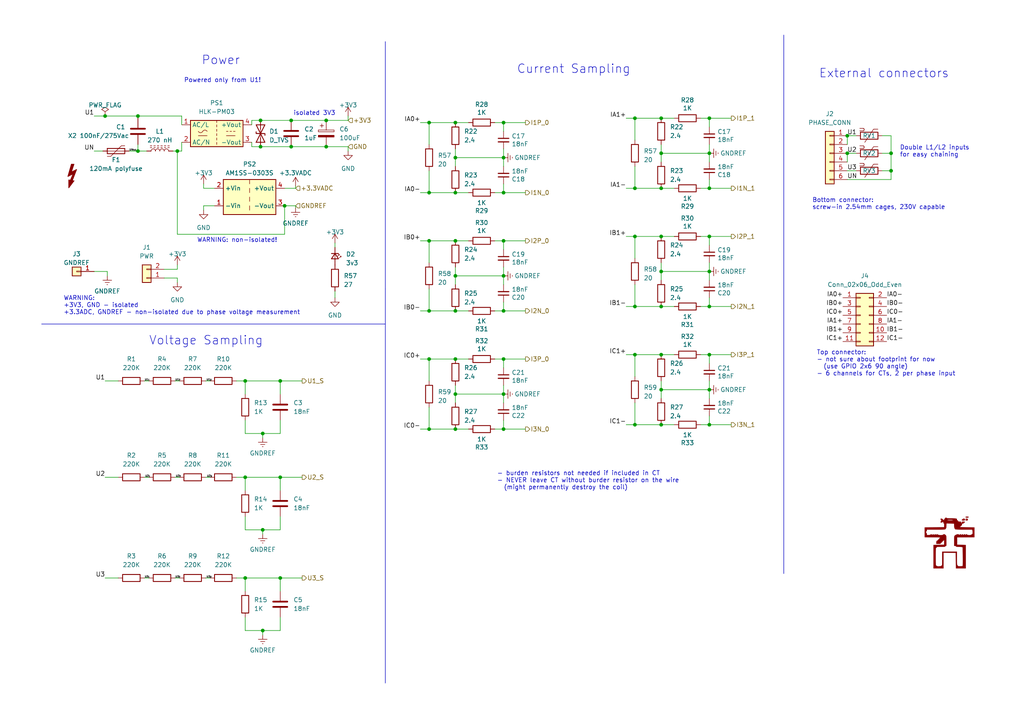
<source format=kicad_sch>
(kicad_sch (version 20230121) (generator eeschema)
  (paper "A4")
  (title_block (title "Power Board") (rev "${REVISION}"))
  (junction (at 191.77 88.9))
  (junction (at 205.74 68.58))
  (junction (at 40.005 43.815))
  (junction (at 81.28 167.64))
  (junction (at 191.77 68.58))
  (junction (at 124.46 55.88))
  (junction (at 191.77 78.74))
  (junction (at 75.565 42.545))
  (junction (at 94.615 34.925))
  (junction (at 71.12 167.64))
  (junction (at 81.28 138.43))
  (junction (at 205.74 44.45))
  (junction (at 146.05 55.88))
  (junction (at 132.08 90.17))
  (junction (at 146.05 80.01))
  (junction (at 76.2 182.88))
  (junction (at 146.05 114.3))
  (junction (at 132.08 80.01))
  (junction (at 191.77 123.19))
  (junction (at 84.455 34.925))
  (junction (at 71.12 110.49))
  (junction (at 124.46 104.14))
  (junction (at 146.05 45.72))
  (junction (at 205.74 88.9))
  (junction (at 245.745 44.45))
  (junction (at 184.15 34.29))
  (junction (at 132.08 114.3))
  (junction (at 205.74 123.19))
  (junction (at 258.445 49.53))
  (junction (at 184.15 54.61))
  (junction (at 205.74 78.74))
  (junction (at 205.74 102.87))
  (junction (at 205.74 34.29))
  (junction (at 146.05 69.85))
  (junction (at 132.08 35.56))
  (junction (at 124.46 69.85))
  (junction (at 124.46 35.56))
  (junction (at 94.615 42.545))
  (junction (at 191.77 44.45))
  (junction (at 51.435 43.815))
  (junction (at 184.15 102.87))
  (junction (at 40.005 33.655))
  (junction (at 124.46 90.17))
  (junction (at 84.455 42.545))
  (junction (at 132.08 69.85))
  (junction (at 205.74 54.61))
  (junction (at 132.08 124.46))
  (junction (at 258.445 44.45))
  (junction (at 191.77 102.87))
  (junction (at 191.77 54.61))
  (junction (at 76.2 125.73))
  (junction (at 82.55 59.69))
  (junction (at 205.74 113.03))
  (junction (at 124.46 124.46))
  (junction (at 76.2 153.67))
  (junction (at 146.05 35.56))
  (junction (at 132.08 45.72))
  (junction (at 146.05 90.17))
  (junction (at 245.745 39.37))
  (junction (at 71.12 138.43))
  (junction (at 184.15 88.9))
  (junction (at 146.05 124.46))
  (junction (at 146.05 104.14))
  (junction (at 184.15 68.58))
  (junction (at 132.08 55.88))
  (junction (at 191.77 34.29))
  (junction (at 132.08 104.14))
  (junction (at 191.77 113.03))
  (junction (at 81.28 110.49))
  (junction (at 184.15 123.19))
  (junction (at 30.48 33.655))
  (junction (at 75.565 34.925))
  (wire (pts (xy 100.965 43.815) (xy 100.965 42.545)))
  (wire (pts (xy 75.565 34.925) (xy 84.455 34.925)))
  (wire (pts (xy 143.51 55.88) (xy 146.05 55.88)))
  (wire (pts (xy 143.51 90.17) (xy 146.05 90.17)))
  (wire (pts (xy 258.445 44.45) (xy 255.905 44.45)))
  (wire (pts (xy 30.48 167.64) (xy 34.29 167.64)))
  (wire (pts (xy 81.28 138.43) (xy 81.28 142.24)))
  (wire (pts (xy 245.745 49.53) (xy 248.285 49.53)))
  (wire (pts (xy 47.625 80.645) (xy 51.435 80.645)))
  (wire (pts (xy 203.2 88.9) (xy 205.74 88.9)))
  (wire (pts (xy 146.05 55.88) (xy 152.4 55.88)))
  (wire (pts (xy 181.61 54.61) (xy 184.15 54.61)))
  (wire (pts (xy 76.2 153.67) (xy 81.28 153.67)))
  (wire (pts (xy 76.2 125.73) (xy 76.2 127)))
  (wire (pts (xy 71.12 110.49) (xy 71.12 114.3)))
  (wire (pts (xy 258.445 44.45) (xy 258.445 49.53)))
  (wire (pts (xy 124.46 55.88) (xy 132.08 55.88)))
  (wire (pts (xy 41.91 138.43) (xy 43.18 138.43)))
  (wire (pts (xy 71.12 167.64) (xy 71.12 171.45)))
  (wire (pts (xy 205.74 123.19) (xy 212.09 123.19)))
  (wire (pts (xy 82.55 67.945) (xy 82.55 59.69)))
  (wire (pts (xy 205.74 78.74) (xy 205.74 81.28)))
  (wire (pts (xy 146.05 104.14) (xy 146.05 106.68)))
  (wire (pts (xy 76.2 153.67) (xy 76.2 154.94)))
  (wire (pts (xy 203.2 102.87) (xy 205.74 102.87)))
  (wire (pts (xy 51.435 67.945) (xy 82.55 67.945)))
  (wire (pts (xy 181.61 123.19) (xy 184.15 123.19)))
  (wire (pts (xy 51.435 43.815) (xy 51.435 67.945)))
  (wire (pts (xy 100.965 33.655) (xy 100.965 34.925)))
  (wire (pts (xy 258.445 39.37) (xy 258.445 44.45)))
  (wire (pts (xy 191.77 44.45) (xy 191.77 46.99)))
  (wire (pts (xy 40.005 43.815) (xy 37.465 43.815)))
  (wire (pts (xy 71.12 167.64) (xy 81.28 167.64)))
  (wire (pts (xy 146.05 111.76) (xy 146.05 114.3)))
  (wire (pts (xy 191.77 102.87) (xy 195.58 102.87)))
  (wire (pts (xy 50.8 110.49) (xy 52.07 110.49)))
  (wire (pts (xy 205.74 102.87) (xy 212.09 102.87)))
  (wire (pts (xy 124.46 118.11) (xy 124.46 124.46)))
  (wire (pts (xy 191.77 110.49) (xy 191.77 113.03)))
  (wire (pts (xy 184.15 82.55) (xy 184.15 88.9)))
  (wire (pts (xy 184.15 116.84) (xy 184.15 123.19)))
  (wire (pts (xy 40.005 43.815) (xy 42.545 43.815)))
  (wire (pts (xy 205.74 88.9) (xy 212.09 88.9)))
  (wire (pts (xy 27.305 43.815) (xy 29.845 43.815)))
  (polyline (pts (xy 111.76 12.065) (xy 111.76 83.82)))
  (wire (pts (xy 71.12 121.92) (xy 71.12 125.73)))
  (wire (pts (xy 27.305 33.655) (xy 30.48 33.655)))
  (wire (pts (xy 146.05 104.14) (xy 152.4 104.14)))
  (wire (pts (xy 73.025 34.925) (xy 75.565 34.925)))
  (polyline (pts (xy 12.065 93.98) (xy 111.76 93.98)))
  (wire (pts (xy 146.05 45.72) (xy 132.08 45.72)))
  (wire (pts (xy 41.91 167.64) (xy 43.18 167.64)))
  (wire (pts (xy 184.15 123.19) (xy 191.77 123.19)))
  (wire (pts (xy 59.055 53.34) (xy 59.055 54.61)))
  (wire (pts (xy 94.615 42.545) (xy 100.965 42.545)))
  (wire (pts (xy 84.455 34.925) (xy 94.615 34.925)))
  (wire (pts (xy 71.12 110.49) (xy 81.28 110.49)))
  (wire (pts (xy 121.92 69.85) (xy 124.46 69.85)))
  (wire (pts (xy 245.745 39.37) (xy 245.745 41.91)))
  (wire (pts (xy 184.15 68.58) (xy 191.77 68.58)))
  (wire (pts (xy 71.12 138.43) (xy 71.12 142.24)))
  (wire (pts (xy 132.08 104.14) (xy 135.89 104.14)))
  (wire (pts (xy 205.74 68.58) (xy 205.74 71.12)))
  (wire (pts (xy 205.74 113.03) (xy 191.77 113.03)))
  (wire (pts (xy 205.74 34.29) (xy 205.74 36.83)))
  (wire (pts (xy 146.05 124.46) (xy 152.4 124.46)))
  (wire (pts (xy 184.15 34.29) (xy 184.15 40.64)))
  (wire (pts (xy 76.2 182.88) (xy 76.2 184.15)))
  (wire (pts (xy 124.46 104.14) (xy 132.08 104.14)))
  (wire (pts (xy 47.625 78.105) (xy 51.435 78.105)))
  (wire (pts (xy 258.445 49.53) (xy 258.445 52.07)))
  (wire (pts (xy 81.28 138.43) (xy 87.63 138.43)))
  (wire (pts (xy 59.055 54.61) (xy 62.23 54.61)))
  (wire (pts (xy 132.08 45.72) (xy 132.08 48.26)))
  (wire (pts (xy 255.905 39.37) (xy 258.445 39.37)))
  (wire (pts (xy 52.705 41.275) (xy 52.705 43.815)))
  (wire (pts (xy 205.74 78.74) (xy 191.77 78.74)))
  (wire (pts (xy 146.05 35.56) (xy 146.05 38.1)))
  (wire (pts (xy 71.12 182.88) (xy 76.2 182.88)))
  (wire (pts (xy 50.8 138.43) (xy 52.07 138.43)))
  (wire (pts (xy 191.77 76.2) (xy 191.77 78.74)))
  (wire (pts (xy 75.565 42.545) (xy 84.455 42.545)))
  (wire (pts (xy 81.28 179.07) (xy 81.28 182.88)))
  (wire (pts (xy 124.46 83.82) (xy 124.46 90.17)))
  (wire (pts (xy 132.08 124.46) (xy 135.89 124.46)))
  (wire (pts (xy 184.15 54.61) (xy 191.77 54.61)))
  (wire (pts (xy 84.455 42.545) (xy 94.615 42.545)))
  (wire (pts (xy 146.05 90.17) (xy 152.4 90.17)))
  (wire (pts (xy 121.92 104.14) (xy 124.46 104.14)))
  (wire (pts (xy 82.55 54.61) (xy 85.725 54.61)))
  (wire (pts (xy 245.745 44.45) (xy 248.285 44.45)))
  (wire (pts (xy 59.69 167.64) (xy 60.96 167.64)))
  (wire (pts (xy 205.74 44.45) (xy 205.74 46.99)))
  (wire (pts (xy 124.46 124.46) (xy 132.08 124.46)))
  (wire (pts (xy 73.025 36.195) (xy 73.025 34.925)))
  (wire (pts (xy 205.74 110.49) (xy 205.74 113.03)))
  (wire (pts (xy 143.51 69.85) (xy 146.05 69.85)))
  (wire (pts (xy 71.12 153.67) (xy 76.2 153.67)))
  (wire (pts (xy 71.12 149.86) (xy 71.12 153.67)))
  (wire (pts (xy 245.745 44.45) (xy 245.745 46.99)))
  (wire (pts (xy 146.05 45.72) (xy 146.05 48.26)))
  (wire (pts (xy 146.05 80.01) (xy 132.08 80.01)))
  (wire (pts (xy 205.74 68.58) (xy 212.09 68.58)))
  (wire (pts (xy 81.28 110.49) (xy 87.63 110.49)))
  (wire (pts (xy 71.12 125.73) (xy 76.2 125.73)))
  (wire (pts (xy 132.08 80.01) (xy 132.08 82.55)))
  (wire (pts (xy 146.05 77.47) (xy 146.05 80.01)))
  (wire (pts (xy 124.46 69.85) (xy 124.46 76.2)))
  (wire (pts (xy 181.61 102.87) (xy 184.15 102.87)))
  (wire (pts (xy 146.05 80.01) (xy 146.05 82.55)))
  (wire (pts (xy 205.74 123.19) (xy 205.74 120.65)))
  (wire (pts (xy 59.055 59.69) (xy 59.055 60.96)))
  (wire (pts (xy 121.92 55.88) (xy 124.46 55.88)))
  (wire (pts (xy 146.05 90.17) (xy 146.05 87.63)))
  (wire (pts (xy 205.74 54.61) (xy 205.74 52.07)))
  (wire (pts (xy 181.61 88.9) (xy 184.15 88.9)))
  (wire (pts (xy 124.46 49.53) (xy 124.46 55.88)))
  (wire (pts (xy 205.74 41.91) (xy 205.74 44.45)))
  (wire (pts (xy 143.51 104.14) (xy 146.05 104.14)))
  (wire (pts (xy 30.48 33.655) (xy 40.005 33.655)))
  (wire (pts (xy 181.61 68.58) (xy 184.15 68.58)))
  (wire (pts (xy 76.2 125.73) (xy 81.28 125.73)))
  (wire (pts (xy 146.05 35.56) (xy 152.4 35.56)))
  (wire (pts (xy 203.2 34.29) (xy 205.74 34.29)))
  (wire (pts (xy 51.435 80.645) (xy 51.435 81.915)))
  (wire (pts (xy 124.46 69.85) (xy 132.08 69.85)))
  (wire (pts (xy 143.51 124.46) (xy 146.05 124.46)))
  (wire (pts (xy 132.08 90.17) (xy 135.89 90.17)))
  (polyline (pts (xy 111.76 83.82) (xy 111.76 198.12)))
  (wire (pts (xy 82.55 59.69) (xy 85.725 59.69)))
  (wire (pts (xy 191.77 54.61) (xy 195.58 54.61)))
  (wire (pts (xy 68.58 167.64) (xy 71.12 167.64)))
  (wire (pts (xy 191.77 78.74) (xy 191.77 81.28)))
  (wire (pts (xy 205.74 88.9) (xy 205.74 86.36)))
  (wire (pts (xy 184.15 102.87) (xy 191.77 102.87)))
  (wire (pts (xy 132.08 55.88) (xy 135.89 55.88)))
  (wire (pts (xy 132.08 77.47) (xy 132.08 80.01)))
  (wire (pts (xy 81.28 149.86) (xy 81.28 153.67)))
  (wire (pts (xy 191.77 41.91) (xy 191.77 44.45)))
  (wire (pts (xy 81.28 121.92) (xy 81.28 125.73)))
  (wire (pts (xy 68.58 138.43) (xy 71.12 138.43)))
  (wire (pts (xy 191.77 68.58) (xy 195.58 68.58)))
  (wire (pts (xy 73.025 42.545) (xy 75.565 42.545)))
  (wire (pts (xy 50.165 43.815) (xy 51.435 43.815)))
  (wire (pts (xy 205.74 54.61) (xy 212.09 54.61)))
  (wire (pts (xy 81.28 167.64) (xy 81.28 171.45)))
  (wire (pts (xy 191.77 113.03) (xy 191.77 115.57)))
  (wire (pts (xy 40.005 41.91) (xy 40.005 43.815)))
  (wire (pts (xy 184.15 34.29) (xy 191.77 34.29)))
  (wire (pts (xy 85.725 54.61) (xy 85.725 53.975)))
  (wire (pts (xy 71.12 138.43) (xy 81.28 138.43)))
  (wire (pts (xy 132.08 111.76) (xy 132.08 114.3)))
  (wire (pts (xy 121.92 124.46) (xy 124.46 124.46)))
  (wire (pts (xy 121.92 35.56) (xy 124.46 35.56)))
  (wire (pts (xy 62.23 59.69) (xy 59.055 59.69)))
  (wire (pts (xy 132.08 69.85) (xy 135.89 69.85)))
  (wire (pts (xy 59.69 110.49) (xy 60.96 110.49)))
  (wire (pts (xy 40.005 33.655) (xy 52.705 33.655)))
  (wire (pts (xy 85.725 59.69) (xy 85.725 60.325)))
  (wire (pts (xy 31.115 78.74) (xy 31.115 80.01)))
  (wire (pts (xy 205.74 34.29) (xy 212.09 34.29)))
  (wire (pts (xy 50.8 167.64) (xy 52.07 167.64)))
  (wire (pts (xy 59.69 138.43) (xy 60.96 138.43)))
  (wire (pts (xy 81.28 167.64) (xy 87.63 167.64)))
  (wire (pts (xy 146.05 114.3) (xy 132.08 114.3)))
  (wire (pts (xy 245.745 52.07) (xy 258.445 52.07)))
  (wire (pts (xy 205.74 102.87) (xy 205.74 105.41)))
  (wire (pts (xy 121.92 90.17) (xy 124.46 90.17)))
  (wire (pts (xy 205.74 113.03) (xy 205.74 115.57)))
  (wire (pts (xy 81.28 110.49) (xy 81.28 114.3)))
  (wire (pts (xy 146.05 114.3) (xy 146.05 116.84)))
  (wire (pts (xy 132.08 114.3) (xy 132.08 116.84)))
  (wire (pts (xy 71.12 179.07) (xy 71.12 182.88)))
  (wire (pts (xy 76.2 182.88) (xy 81.28 182.88)))
  (wire (pts (xy 184.15 102.87) (xy 184.15 109.22)))
  (wire (pts (xy 146.05 124.46) (xy 146.05 121.92)))
  (wire (pts (xy 30.48 110.49) (xy 34.29 110.49)))
  (wire (pts (xy 52.705 36.195) (xy 52.705 33.655)))
  (wire (pts (xy 245.745 39.37) (xy 248.285 39.37)))
  (wire (pts (xy 40.005 33.655) (xy 40.005 34.29)))
  (wire (pts (xy 205.74 76.2) (xy 205.74 78.74)))
  (wire (pts (xy 184.15 48.26) (xy 184.15 54.61)))
  (wire (pts (xy 203.2 123.19) (xy 205.74 123.19)))
  (polyline (pts (xy 227.33 10.16) (xy 227.33 166.37)))
  (wire (pts (xy 97.155 70.485) (xy 97.155 71.755)))
  (wire (pts (xy 51.435 76.835) (xy 51.435 78.105)))
  (wire (pts (xy 124.46 35.56) (xy 132.08 35.56)))
  (wire (pts (xy 191.77 88.9) (xy 195.58 88.9)))
  (wire (pts (xy 184.15 68.58) (xy 184.15 74.93)))
  (wire (pts (xy 146.05 69.85) (xy 146.05 72.39)))
  (wire (pts (xy 51.435 43.815) (xy 52.705 43.815)))
  (wire (pts (xy 124.46 104.14) (xy 124.46 110.49)))
  (wire (pts (xy 97.155 84.455) (xy 97.155 86.36)))
  (wire (pts (xy 146.05 69.85) (xy 152.4 69.85)))
  (wire (pts (xy 132.08 35.56) (xy 135.89 35.56)))
  (wire (pts (xy 181.61 34.29) (xy 184.15 34.29)))
  (wire (pts (xy 191.77 34.29) (xy 195.58 34.29)))
  (wire (pts (xy 68.58 110.49) (xy 71.12 110.49)))
  (wire (pts (xy 124.46 90.17) (xy 132.08 90.17)))
  (wire (pts (xy 132.08 43.18) (xy 132.08 45.72)))
  (wire (pts (xy 146.05 55.88) (xy 146.05 53.34)))
  (wire (pts (xy 27.305 78.74) (xy 31.115 78.74)))
  (wire (pts (xy 203.2 54.61) (xy 205.74 54.61)))
  (wire (pts (xy 73.025 41.275) (xy 73.025 42.545)))
  (wire (pts (xy 143.51 35.56) (xy 146.05 35.56)))
  (wire (pts (xy 30.48 138.43) (xy 34.29 138.43)))
  (wire (pts (xy 94.615 34.925) (xy 100.965 34.925)))
  (wire (pts (xy 255.905 49.53) (xy 258.445 49.53)))
  (wire (pts (xy 205.74 44.45) (xy 191.77 44.45)))
  (wire (pts (xy 41.91 110.49) (xy 43.18 110.49)))
  (wire (pts (xy 203.2 68.58) (xy 205.74 68.58)))
  (wire (pts (xy 191.77 123.19) (xy 195.58 123.19)))
  (wire (pts (xy 184.15 88.9) (xy 191.77 88.9)))
  (wire (pts (xy 124.46 35.56) (xy 124.46 41.91)))
  (wire (pts (xy 146.05 43.18) (xy 146.05 45.72)))
  (text "WARNING: non-isolated!" (at 57.15 70.485 0) (effects (font (size 1.27 1.27)) (justify left bottom)))
  (text "Current Sampling" (at 149.86 21.59 0) (effects (font (size 2.5 2.5)) (justify left bottom)))
  (text "WARNING: \n+3V3, GND - isolated\n+3.3ADC, GNDREF - non-isolated due to phase voltage measurement" (at 18.415 91.44 0) (effects (font (size 1.27 1.27)) (justify left bottom)))
  (text "isolated 3V3" (at 85.09 33.655 0) (effects (font (size 1.27 1.27)) (justify left bottom)))
  (text "Bottom connector: \nscrew-in 2.54mm cages, 230V capable" (at 235.585 60.96 0) (effects (font (size 1.27 1.27)) (justify left bottom)))
  (text "Power" (at 58.42 19.05 0) (effects (font (size 2.5 2.5)) (justify left bottom)))
  (text "Top connector: \n- not sure about footprint for now \n  (use GPIO 2x6 90 angle)\n- 6 channels for CTs, 2 per phase input" (at 236.855 109.22 0) (effects (font (size 1.27 1.27)) (justify left bottom)))
  (text "Powered only from U1!" (at 53.34 24.13 0) (effects (font (size 1.27 1.27)) (justify left bottom)))
  (text "Voltage Sampling" (at 43.18 100.33 0) (effects (font (size 2.5 2.5)) (justify left bottom)))
  (text "Double L1/L2 inputs \nfor easy chaining" (at 260.985 45.72 0) (effects (font (size 1.27 1.27)) (justify left bottom)))
  (text "External connectors" (at 237.49 22.86 0) (effects (font (size 2.5 2.5)) (justify left bottom)))
  (text "- burden resistors not needed if included in CT\n- NEVER leave CT without burder resistor on the wire \n  (might permanently destroy the coil)" (at 144.145 142.24 0) (effects (font (size 1.27 1.27)) (justify left bottom)))
  (label "U1_{2}" (at 50.8 110.49 0) (effects (font (size 0.5 0.5))))
  (label "UN" (at 245.745 52.07 0))
  (label "IC0-" (at 121.92 124.46 180))
  (label "IB1-" (at 257.175 96.52 0))
  (label "UN" (at 27.305 43.815 180))
  (label "U1_{1}" (at 41.91 110.49 0) (effects (font (size 0.5 0.5))))
  (label "IB1+" (at 181.61 68.58 180))
  (label "U1" (at 27.305 33.655 180))
  (label "IA0-" (at 121.92 55.88 180))
  (label "UN_{in1}" (at 37.465 43.815 0) (effects (font (size 0.5 0.5))))
  (label "IA0+" (at 244.475 86.36 180))
  (label "U1" (at 245.745 39.37 0))
  (label "U1" (at 30.48 110.49 180))
  (label "IA1-" (at 257.175 93.98 0))
  (label "IB0+" (at 121.92 69.85 180))
  (label "U3_{2}" (at 50.8 167.64 0) (effects (font (size 0.5 0.5))))
  (label "U3" (at 30.48 167.64 180))
  (label "IC1-" (at 257.175 99.06 0))
  (label "IB1-" (at 181.61 88.9 180))
  (label "U2_{1}" (at 42.0565 138.43 0) (effects (font (size 0.5 0.5))))
  (label "IC1-" (at 181.61 123.19 180))
  (label "IB1+" (at 244.475 96.52 180))
  (label "U2_{3}" (at 59.9805 138.43 0) (effects (font (size 0.5 0.5))))
  (label "IB0+" (at 244.475 88.9 180))
  (label "U1_{3}" (at 59.834 110.49 0) (effects (font (size 0.5 0.5))))
  (label "IA1+" (at 181.61 34.29 180))
  (label "IA1+" (at 244.475 93.98 180))
  (label "IC0-" (at 257.175 91.44 0))
  (label "IC1+" (at 181.61 102.87 180))
  (label "IB0-" (at 257.175 88.9 0))
  (label "U3" (at 245.745 49.53 0))
  (label "IA0-" (at 257.175 86.36 0))
  (label "IC0+" (at 244.475 91.44 180))
  (label "IB0-" (at 121.92 90.17 180))
  (label "IA1-" (at 181.61 54.61 180))
  (label "IA0+" (at 121.92 35.56 180))
  (label "IC1+" (at 244.475 99.06 180))
  (label "U3_{1}" (at 41.91 167.64 0) (effects (font (size 0.5 0.5))))
  (label "U2" (at 30.48 138.43 180))
  (label "U2" (at 245.745 44.45 0))
  (label "U2_{2}" (at 50.9465 138.43 0) (effects (font (size 0.5 0.5))))
  (label "IC0+" (at 121.92 104.14 180))
  (label "U3_{3}" (at 59.834 167.64 0) (effects (font (size 0.5 0.5))))
  (hierarchical_label "I3P_0" (shape output) (at 152.4 104.14 0))
  (hierarchical_label "I2P_1" (shape output) (at 212.09 68.58 0))
  (hierarchical_label "I3P_1" (shape output) (at 212.09 102.87 0))
  (hierarchical_label "U3_S" (shape output) (at 87.63 167.64 0))
  (hierarchical_label "GNDREF" (shape input) (at 85.725 59.69 0))
  (hierarchical_label "+3V3" (shape input) (at 100.965 34.925 0))
  (hierarchical_label "U1_S" (shape output) (at 87.63 110.49 0))
  (hierarchical_label "I1N_1" (shape output) (at 212.09 54.61 0))
  (hierarchical_label "I2N_0" (shape output) (at 152.4 90.17 0))
  (hierarchical_label "I3N_1" (shape output) (at 212.09 123.19 0))
  (hierarchical_label "+3.3VADC" (shape input) (at 85.725 54.61 0))
  (hierarchical_label "I2N_1" (shape output) (at 212.09 88.9 0))
  (hierarchical_label "I2P_0" (shape output) (at 152.4 69.85 0))
  (hierarchical_label "I1N_0" (shape output) (at 152.4 55.88 0))
  (hierarchical_label "I3N_0" (shape output) (at 152.4 124.46 0))
  (hierarchical_label "I1P_0" (shape output) (at 152.4 35.56 0))
  (hierarchical_label "GND" (shape input) (at 100.965 42.545 0))
  (hierarchical_label "I1P_1" (shape output) (at 212.09 34.29 0))
  (hierarchical_label "U2_S" (shape output) (at 87.63 138.43 0))
  (symbol (lib_id "Device:R") (at 139.7 55.88 270) (mirror x) (unit 1)
    (property "Reference" "R29" (at 139.7 61.1378 90))
    (property "Value" "1K" (at 139.7 58.8264 90))
    (property "Footprint" "Resistor_SMD:R_0603_1608Metric_Pad0.98x0.95mm_HandSolder" (effects hide))
    (property "manf#" "AC0603FR-071KL" (effects hide))
    (instances (project "din_energy_meter" (path "" (reference "R29") (unit 1)) (path "" (reference "R47") (unit 1)) (path "" (reference "R73") (unit 1))))
  )
  (symbol (lib_id "Device:R") (at 97.155 80.645 0) (unit 1)
    (property "Reference" "R57" (at 99.695 80.01 0) (effects (justify left)))
    (property "Value" "27" (at 99.695 82.55 0) (effects (justify left)))
    (property "Footprint" "Resistor_SMD:R_0603_1608Metric_Pad0.98x0.95mm_HandSolder" (effects hide))
    (property "manf#" "0603SAF270JT5E" (effects hide))
    (instances (project "din_energy_meter" (path "" (reference "R57") (unit 1)) (path "" (reference "R60") (unit 1)) (path "" (reference "R22") (unit 1))))
  )
  (symbol (lib_id "Device:C_Small") (at 205.74 107.95 0) (unit 1)
    (property "Reference" "C21" (at 208.0768 106.7816 0) (effects (justify left)))
    (property "Value" "18nF" (at 208.0768 109.093 0) (effects (justify left)))
    (property "Footprint" "Capacitor_SMD:C_0603_1608Metric_Pad1.08x0.95mm_HandSolder" (effects hide))
    (property "manf#" "VJ0603Y183JXACW1BC" (effects hide))
    (instances (project "din_energy_meter" (path "" (reference "C21") (unit 1)) (path "" (reference "C37") (unit 1)) (path "" (reference "C49") (unit 1))))
  )
  (symbol (lib_id "Device:R") (at 55.88 167.64 90) (unit 1)
    (property "Reference" "R9" (at 55.88 161.29 90))
    (property "Value" "220K" (at 55.88 163.83 90))
    (property "Footprint" "Resistor_SMD:R_1206_3216Metric_Pad1.30x1.75mm_HandSolder" (effects hide))
    (property "manf#" "ARG06DTC2203" (effects hide))
  )
  (symbol (lib_id "Graphic:SYM_Flash_Small") (at 20.955 51.435 0) (unit 1) (in_bom no) (on_board no)
    (property "Reference" "#SYM1" (effects hide))
    (property "Value" "SYM_Flash_Small" (effects hide))
    (property "Sim.Enable" "0" (effects hide))
  )
  (symbol (lib_id "Device:R") (at 199.39 68.58 270) (unit 1)
    (property "Reference" "R30" (at 199.39 63.3222 90))
    (property "Value" "1K" (at 199.39 65.6336 90))
    (property "Footprint" "Resistor_SMD:R_0603_1608Metric_Pad0.98x0.95mm_HandSolder" (effects hide))
    (property "manf#" "AC0603FR-071KL" (effects hide))
    (instances (project "din_energy_meter" (path "" (reference "R30") (unit 1)) (path "" (reference "R48") (unit 1)) (path "" (reference "R89") (unit 1))))
  )
  (symbol (lib_id "Device:C_Polarized") (at 94.615 38.735 0) (unit 1)
    (property "Reference" "C6" (at 98.425 37.4649 0) (effects (justify left)))
    (property "Value" "100uF" (at 98.425 40.0049 0) (effects (justify left)))
    (property "Footprint" "Capacitor_THT:CP_Radial_D6.3mm_P2.50mm" (effects hide))
    (property "manf#" "ECEA0JKS101" (effects hide))
  )
  (symbol (lib_id "power:GNDREF") (at 76.2 184.15 0) (unit 1)
    (property "Reference" "#PWR03" (effects hide))
    (property "Value" "GNDREF" (at 76.2 188.595 0))
  )
  (symbol (lib_id "power:GND") (at 100.965 43.815 0) (mirror y) (unit 1)
    (property "Reference" "#PWR07" (effects hide))
    (property "Value" "GND" (at 100.965 48.895 0))
  )
  (symbol (lib_id "Device:R") (at 132.08 73.66 0) (unit 1)
    (property "Reference" "R24" (at 134.62 72.3899 0) (effects (justify left)))
    (property "Value" "2.4" (at 134.62 74.9299 0) (effects (justify left)))
    (property "Footprint" "Resistor_SMD:R_0603_1608Metric_Pad0.98x0.95mm_HandSolder" (effects hide))
    (instances (project "din_energy_meter" (path "" (reference "R24") (unit 1)) (path "" (reference "R42") (unit 1)) (path "" (reference "R68") (unit 1))))
  )
  (symbol (lib_id "power:GNDREF") (at 76.2 127 0) (unit 1)
    (property "Reference" "#PWR01" (effects hide))
    (property "Value" "GNDREF" (at 76.2 131.445 0))
  )
  (symbol (lib_id "Device:R") (at 199.39 34.29 270) (unit 1)
    (property "Reference" "R28" (at 199.39 29.0322 90))
    (property "Value" "1K" (at 199.39 31.3436 90))
    (property "Footprint" "Resistor_SMD:R_0603_1608Metric_Pad0.98x0.95mm_HandSolder" (effects hide))
    (property "manf#" "AC0603FR-071KL" (effects hide))
    (instances (project "din_energy_meter" (path "" (reference "R28") (unit 1)) (path "" (reference "R46") (unit 1)) (path "" (reference "R87") (unit 1))))
  )
  (symbol (lib_id "Device:C_Small") (at 205.74 73.66 0) (unit 1)
    (property "Reference" "C19" (at 208.0768 72.4916 0) (effects (justify left)))
    (property "Value" "18nF" (at 208.0768 74.803 0) (effects (justify left)))
    (property "Footprint" "Capacitor_SMD:C_0603_1608Metric_Pad1.08x0.95mm_HandSolder" (effects hide))
    (property "manf#" "VJ0603Y183JXACW1BC" (effects hide))
    (instances (project "din_energy_meter" (path "" (reference "C19") (unit 1)) (path "" (reference "C35") (unit 1)) (path "" (reference "C47") (unit 1))))
  )
  (symbol (lib_id "Device:R") (at 139.7 124.46 270) (mirror x) (unit 1)
    (property "Reference" "R33" (at 139.7 129.7178 90))
    (property "Value" "1K" (at 139.7 127.4064 90))
    (property "Footprint" "Resistor_SMD:R_0603_1608Metric_Pad0.98x0.95mm_HandSolder" (effects hide))
    (property "manf#" "AC0603FR-071KL" (effects hide))
    (instances (project "din_energy_meter" (path "" (reference "R33") (unit 1)) (path "" (reference "R51") (unit 1)) (path "" (reference "R77") (unit 1))))
  )
  (symbol (lib_id "Device:C") (at 81.28 175.26 0) (unit 1)
    (property "Reference" "C5" (at 85.09 173.9899 0) (effects (justify left)))
    (property "Value" "18nF" (at 85.09 176.5299 0) (effects (justify left)))
    (property "Footprint" "Capacitor_SMD:C_0603_1608Metric_Pad1.08x0.95mm_HandSolder" (effects hide))
    (property "manf#" "VJ0603Y183JXACW1BC" (effects hide))
  )
  (symbol (lib_id "Device:R") (at 124.46 80.01 0) (unit 1)
    (property "Reference" "R58" (at 127 79.375 0) (effects (justify left)))
    (property "Value" "20" (at 127 81.915 0) (effects (justify left)))
    (property "Footprint" "Resistor_SMD:R_1206_3216Metric" (effects hide))
    (property "manf#" "ARG06DTC0200" (effects hide))
    (instances (project "din_energy_meter" (path "" (reference "R58") (unit 1)) (path "" (reference "R61") (unit 1)) (path "" (reference "R64") (unit 1))))
  )
  (symbol (lib_id "Device:D_TVS") (at 75.565 38.735 90) (unit 1)
    (property "Reference" "D1" (at 78.105 38.1 90) (effects (justify right)))
    (property "Value" "D_TVS" (at 78.105 40.64 90) (effects (justify right)))
    (property "Footprint" "Diode_SMD:D_SOD-523" (effects hide))
    (property "manf#" "ESD5Z3V3" (effects hide))
  )
  (symbol (lib_id "power:GNDREF") (at 31.115 80.01 0) (unit 1)
    (property "Reference" "#PWR030" (effects hide))
    (property "Value" "GNDREF" (at 31.115 84.455 0))
  )
  (symbol (lib_id "Connector_Generic:Conn_02x06_Odd_Even") (at 249.555 91.44 0) (unit 1)
    (property "Reference" "J4" (at 250.825 80.01 0))
    (property "Value" "Conn_02x06_Odd_Even" (at 250.825 82.55 0))
    (property "Footprint" "Connector_PinHeader_2.54mm:PinHeader_2x06_P2.54mm_Horizontal" (effects hide))
  )
  (symbol (lib_id "power:GND") (at 51.435 81.915 0) (mirror y) (unit 1)
    (property "Reference" "#PWR05" (effects hide))
    (property "Value" "GND" (at 51.435 86.995 0))
  )
  (symbol (lib_id "Device:LED_Small") (at 97.155 74.295 270) (unit 1)
    (property "Reference" "D2" (at 100.33 73.7235 90) (effects (justify left)))
    (property "Value" "3v3" (at 100.33 76.2635 90) (effects (justify left)))
    (property "Footprint" "Diode_SMD:D_0603_1608Metric" (effects hide))
    (property "manf#" "RF-GNB191TS-CF" (effects hide))
  )
  (symbol (lib_id "Device:R") (at 184.15 113.03 0) (unit 1)
    (property "Reference" "R59" (at 186.69 112.395 0) (effects (justify left)))
    (property "Value" "20" (at 186.69 114.935 0) (effects (justify left)))
    (property "Footprint" "Resistor_SMD:R_1206_3216Metric" (effects hide))
    (property "manf#" "ARG06DTC0200" (effects hide))
    (instances (project "din_energy_meter" (path "" (reference "R59") (unit 1)) (path "" (reference "R62") (unit 1)) (path "" (reference "R80") (unit 1))))
  )
  (symbol (lib_id "Device:R") (at 55.88 110.49 90) (unit 1)
    (property "Reference" "R7" (at 55.88 104.14 90))
    (property "Value" "220K" (at 55.88 106.68 90))
    (property "Footprint" "Resistor_SMD:R_1206_3216Metric_Pad1.30x1.75mm_HandSolder" (effects hide))
    (property "manf#" "ARG06DTC2203" (effects hide))
  )
  (symbol (lib_id "Device:R") (at 191.77 85.09 0) (unit 1)
    (property "Reference" "R25" (at 194.31 83.8199 0) (effects (justify left)))
    (property "Value" "2.4" (at 194.31 86.3599 0) (effects (justify left)))
    (property "Footprint" "Resistor_SMD:R_0603_1608Metric_Pad0.98x0.95mm_HandSolder" (effects hide))
    (instances (project "din_energy_meter" (path "" (reference "R25") (unit 1)) (path "" (reference "R43") (unit 1)) (path "" (reference "R84") (unit 1))))
  )
  (symbol (lib_id "Device:R") (at 55.88 138.43 90) (unit 1)
    (property "Reference" "R8" (at 55.88 132.08 90))
    (property "Value" "220K" (at 55.88 134.62 90))
    (property "Footprint" "Resistor_SMD:R_1206_3216Metric_Pad1.30x1.75mm_HandSolder" (effects hide))
    (property "manf#" "ARG06DTC2203" (effects hide))
  )
  (symbol (lib_id "power:GND") (at 59.055 60.96 0) (mirror y) (unit 1)
    (property "Reference" "#PWR053" (effects hide))
    (property "Value" "GND" (at 59.055 66.04 0))
  )
  (symbol (lib_id "Device:R") (at 132.08 120.65 0) (unit 1)
    (property "Reference" "R27" (at 134.62 119.3799 0) (effects (justify left)))
    (property "Value" "2.4" (at 134.62 121.9199 0) (effects (justify left)))
    (property "Footprint" "Resistor_SMD:R_0603_1608Metric_Pad0.98x0.95mm_HandSolder" (effects hide))
    (instances (project "din_energy_meter" (path "" (reference "R27") (unit 1)) (path "" (reference "R45") (unit 1)) (path "" (reference "R71") (unit 1))))
  )
  (symbol (lib_id "Device:R") (at 191.77 72.39 0) (unit 1)
    (property "Reference" "R24" (at 194.31 71.1199 0) (effects (justify left)))
    (property "Value" "2.4" (at 194.31 73.6599 0) (effects (justify left)))
    (property "Footprint" "Resistor_SMD:R_0603_1608Metric_Pad0.98x0.95mm_HandSolder" (effects hide))
    (instances (project "din_energy_meter" (path "" (reference "R24") (unit 1)) (path "" (reference "R42") (unit 1)) (path "" (reference "R83") (unit 1))))
  )
  (symbol (lib_id "Device:C_Small") (at 146.05 119.38 0) (mirror x) (unit 1)
    (property "Reference" "C22" (at 148.3868 120.5484 0) (effects (justify left)))
    (property "Value" "18nF" (at 148.3868 118.237 0) (effects (justify left)))
    (property "Footprint" "Capacitor_SMD:C_0603_1608Metric_Pad1.08x0.95mm_HandSolder" (effects hide))
    (property "manf#" "VJ0603Y183JXACW1BC" (effects hide))
    (instances (project "din_energy_meter" (path "" (reference "C22") (unit 1)) (path "" (reference "C38") (unit 1)) (path "" (reference "C44") (unit 1))))
  )
  (symbol (lib_id "power:GNDREF") (at 76.2 154.94 0) (unit 1)
    (property "Reference" "#PWR02" (effects hide))
    (property "Value" "GNDREF" (at 76.2 159.385 0))
  )
  (symbol (lib_id "power:GND") (at 97.155 86.36 0) (mirror y) (unit 1)
    (property "Reference" "#PWR032" (effects hide))
    (property "Value" "GND" (at 97.155 91.44 0))
  )
  (symbol (lib_id "power:+3V3") (at 97.155 70.485 0) (unit 1)
    (property "Reference" "#PWR031" (effects hide))
    (property "Value" "+3V3" (at 97.155 67.31 0))
  )
  (symbol (lib_id "Device:L_Ferrite") (at 46.355 43.815 90) (unit 1)
    (property "Reference" "L1" (at 46.355 38.1 90))
    (property "Value" "270 nH" (at 46.355 40.64 90))
    (property "Footprint" "Inductor_SMD:L_1206_3216Metric" (effects hide))
    (property "manf#" "AIML-1206-R27K-T" (effects hide))
  )
  (symbol (lib_id "power:+3V3") (at 59.055 53.34 0) (unit 1)
    (property "Reference" "#PWR051" (effects hide))
    (property "Value" "+3V3" (at 59.055 50.165 0))
  )
  (symbol (lib_id "Device:C") (at 84.455 38.735 0) (unit 1)
    (property "Reference" "C2" (at 88.265 37.4649 0) (effects (justify left)))
    (property "Value" "1uF" (at 88.265 40.0049 0) (effects (justify left)))
    (property "Footprint" "Capacitor_SMD:C_0603_1608Metric_Pad1.08x0.95mm_HandSolder" (effects hide))
    (property "manf#" "0603B105K100CT" (effects hide))
  )
  (symbol (lib_id "Device:R") (at 132.08 107.95 0) (unit 1)
    (property "Reference" "R26" (at 134.62 106.6799 0) (effects (justify left)))
    (property "Value" "2.4" (at 134.62 109.2199 0) (effects (justify left)))
    (property "Footprint" "Resistor_SMD:R_0603_1608Metric_Pad0.98x0.95mm_HandSolder" (effects hide))
    (instances (project "din_energy_meter" (path "" (reference "R26") (unit 1)) (path "" (reference "R44") (unit 1)) (path "" (reference "R70") (unit 1))))
  )
  (symbol (lib_id "power:GNDREF") (at 205.74 113.03 90) (unit 1)
    (property "Reference" "#PWR054" (effects hide))
    (property "Value" "GNDREF" (at 208.915 113.03 90) (effects (justify right)))
  )
  (symbol (lib_id "Device:R") (at 191.77 50.8 0) (unit 1)
    (property "Reference" "R23" (at 194.31 49.5299 0) (effects (justify left)))
    (property "Value" "2.4" (at 194.31 52.0699 0) (effects (justify left)))
    (property "Footprint" "Resistor_SMD:R_0603_1608Metric_Pad0.98x0.95mm_HandSolder" (effects hide))
    (instances (project "din_energy_meter" (path "" (reference "R23") (unit 1)) (path "" (reference "R41") (unit 1)) (path "" (reference "R82") (unit 1))))
  )
  (symbol (lib_id "Device:C_Small") (at 205.74 39.37 0) (unit 1)
    (property "Reference" "C17" (at 208.0768 38.2016 0) (effects (justify left)))
    (property "Value" "18nF" (at 208.0768 40.513 0) (effects (justify left)))
    (property "Footprint" "Capacitor_SMD:C_0603_1608Metric_Pad1.08x0.95mm_HandSolder" (effects hide))
    (property "manf#" "VJ0603Y183JXACW1BC" (effects hide))
    (instances (project "din_energy_meter" (path "" (reference "C17") (unit 1)) (path "" (reference "C33") (unit 1)) (path "" (reference "C45") (unit 1))))
  )
  (symbol (lib_id "Device:Varistor") (at 252.095 39.37 270) (unit 1)
    (property "Reference" "RV1" (at 252.095 39.37 90))
    (property "Value" "275 VAC" (effects hide))
    (property "Footprint" "Project:CU3225" (effects hide))
    (property "manf#" "B72650M0271K072" (effects hide))
  )
  (symbol (lib_id "Device:C") (at 81.28 118.11 0) (unit 1)
    (property "Reference" "C3" (at 85.09 116.8399 0) (effects (justify left)))
    (property "Value" "18nF" (at 85.09 119.3799 0) (effects (justify left)))
    (property "Footprint" "Capacitor_SMD:C_0603_1608Metric_Pad1.08x0.95mm_HandSolder" (effects hide))
    (property "manf#" "VJ0603Y183JXACW1BC" (effects hide))
  )
  (symbol (lib_id "power:+3.3VADC") (at 85.725 53.975 0) (unit 1)
    (property "Reference" "#PWR052" (effects hide))
    (property "Value" "+3.3VADC" (at 85.725 50.165 0))
  )
  (symbol (lib_id "Device:R") (at 132.08 86.36 0) (unit 1)
    (property "Reference" "R25" (at 134.62 85.0899 0) (effects (justify left)))
    (property "Value" "2.4" (at 134.62 87.6299 0) (effects (justify left)))
    (property "Footprint" "Resistor_SMD:R_0603_1608Metric_Pad0.98x0.95mm_HandSolder" (effects hide))
    (instances (project "din_energy_meter" (path "" (reference "R25") (unit 1)) (path "" (reference "R43") (unit 1)) (path "" (reference "R69") (unit 1))))
  )
  (symbol (lib_id "Device:R") (at 46.99 167.64 90) (unit 1)
    (property "Reference" "R6" (at 46.99 161.29 90))
    (property "Value" "220K" (at 46.99 163.83 90))
    (property "Footprint" "Resistor_SMD:R_1206_3216Metric_Pad1.30x1.75mm_HandSolder" (effects hide))
    (property "manf#" "ARG06DTC2203" (effects hide))
  )
  (symbol (lib_id "Device:R") (at 71.12 118.11 0) (unit 1)
    (property "Reference" "R13" (at 73.66 116.8399 0) (effects (justify left)))
    (property "Value" "1K" (at 73.66 119.3799 0) (effects (justify left)))
    (property "Footprint" "Resistor_SMD:R_0603_1608Metric_Pad0.98x0.95mm_HandSolder" (effects hide))
    (property "manf#" "AC0603FR-071KL" (effects hide))
  )
  (symbol (lib_id "Device:R") (at 38.1 138.43 90) (unit 1)
    (property "Reference" "R2" (at 38.1 132.08 90))
    (property "Value" "220K" (at 38.1 134.62 90))
    (property "Footprint" "Resistor_SMD:R_1206_3216Metric_Pad1.30x1.75mm_HandSolder" (effects hide))
    (property "manf#" "ARG06DTC2203" (effects hide))
  )
  (symbol (lib_id "Device:R") (at 64.77 138.43 90) (unit 1)
    (property "Reference" "R11" (at 64.77 132.08 90))
    (property "Value" "220K" (at 64.77 134.62 90))
    (property "Footprint" "Resistor_SMD:R_1206_3216Metric_Pad1.30x1.75mm_HandSolder" (effects hide))
    (property "manf#" "ARG06DTC2203" (effects hide))
  )
  (symbol (lib_id "Device:R") (at 199.39 123.19 270) (mirror x) (unit 1)
    (property "Reference" "R33" (at 199.39 128.4478 90))
    (property "Value" "1K" (at 199.39 126.1364 90))
    (property "Footprint" "Resistor_SMD:R_0603_1608Metric_Pad0.98x0.95mm_HandSolder" (effects hide))
    (property "manf#" "AC0603FR-071KL" (effects hide))
    (instances (project "din_energy_meter" (path "" (reference "R33") (unit 1)) (path "" (reference "R51") (unit 1)) (path "" (reference "R92") (unit 1))))
  )
  (symbol (lib_id "Converter_ACDC:HLK-PM03") (at 62.865 38.735 0) (unit 1)
    (property "Reference" "PS1" (at 62.865 29.845 0))
    (property "Value" "HLK-PM03" (at 62.865 32.385 0))
    (property "Footprint" "Project:Converter_ACDC_HiLink_HLK-PMxx" (effects hide))
    (property "Datasheet" "http://www.hlktech.net/product_detail.php?ProId=59" (effects hide))
    (property "manf#" "HLK-PM03" (effects hide))
  )
  (symbol (lib_id "Connector_Generic:Conn_01x02") (at 42.545 80.645 180) (unit 1)
    (property "Reference" "J1" (at 42.545 71.755 0))
    (property "Value" "PWR" (at 42.545 74.295 0))
    (property "Footprint" "Connector_PinHeader_2.54mm:PinHeader_1x02_P2.54mm_Vertical" (effects hide))
  )
  (symbol (lib_id "power:GNDREF") (at 146.05 114.3 90) (unit 1)
    (property "Reference" "#PWR010" (effects hide))
    (property "Value" "GNDREF" (at 149.225 114.3 90) (effects (justify right)))
  )
  (symbol (lib_id "Device:R") (at 191.77 119.38 0) (unit 1)
    (property "Reference" "R27" (at 194.31 118.1099 0) (effects (justify left)))
    (property "Value" "2.4" (at 194.31 120.6499 0) (effects (justify left)))
    (property "Footprint" "Resistor_SMD:R_0603_1608Metric_Pad0.98x0.95mm_HandSolder" (effects hide))
    (instances (project "din_energy_meter" (path "" (reference "R27") (unit 1)) (path "" (reference "R45") (unit 1)) (path "" (reference "R86") (unit 1))))
  )
  (symbol (lib_id "Device:R") (at 199.39 54.61 270) (mirror x) (unit 1)
    (property "Reference" "R29" (at 199.39 59.8678 90))
    (property "Value" "1K" (at 199.39 57.5564 90))
    (property "Footprint" "Resistor_SMD:R_0603_1608Metric_Pad0.98x0.95mm_HandSolder" (effects hide))
    (property "manf#" "AC0603FR-071KL" (effects hide))
    (instances (project "din_energy_meter" (path "" (reference "R29") (unit 1)) (path "" (reference "R47") (unit 1)) (path "" (reference "R88") (unit 1))))
  )
  (symbol (lib_id "power:PWR_FLAG") (at 30.48 33.655 0) (unit 1)
    (property "Reference" "#FLG01" (effects hide))
    (property "Value" "PWR_FLAG" (at 30.48 30.48 0))
  )
  (symbol (lib_id "Device:C") (at 40.005 38.1 0) (unit 1)
    (property "Reference" "C1" (at 33.655 36.83 0) (effects (justify left)))
    (property "Value" "X2 100nF/275Vac" (at 19.685 39.37 0) (effects (justify left)))
    (property "Footprint" "Capacitor_THT:C_Rect_L18.0mm_W5.0mm_P15.00mm_FKS3_FKP3" (effects hide))
    (property "manf#" "R46KI3100JHM1K" (effects hide))
  )
  (symbol (lib_id "power:GNDREF") (at 205.74 78.74 90) (unit 1)
    (property "Reference" "#PWR012" (effects hide))
    (property "Value" "GNDREF" (at 208.915 78.74 90) (effects (justify right)))
  )
  (symbol (lib_id "Device:R") (at 64.77 110.49 90) (unit 1)
    (property "Reference" "R10" (at 64.77 104.14 90))
    (property "Value" "220K" (at 64.77 106.68 90))
    (property "Footprint" "Resistor_SMD:R_1206_3216Metric_Pad1.30x1.75mm_HandSolder" (effects hide))
    (property "manf#" "ARG06DTC2203" (effects hide))
  )
  (symbol (lib_id "Device:R") (at 38.1 167.64 90) (unit 1)
    (property "Reference" "R3" (at 38.1 161.29 90))
    (property "Value" "220K" (at 38.1 163.83 90))
    (property "Footprint" "Resistor_SMD:R_1206_3216Metric_Pad1.30x1.75mm_HandSolder" (effects hide))
    (property "manf#" "ARG06DTC2203" (effects hide))
  )
  (symbol (lib_id "Device:R") (at 199.39 102.87 270) (unit 1)
    (property "Reference" "R32" (at 199.39 97.6122 90))
    (property "Value" "1K" (at 199.39 99.9236 90))
    (property "Footprint" "Resistor_SMD:R_0603_1608Metric_Pad0.98x0.95mm_HandSolder" (effects hide))
    (property "manf#" "AC0603FR-071KL" (effects hide))
    (instances (project "din_energy_meter" (path "" (reference "R32") (unit 1)) (path "" (reference "R50") (unit 1)) (path "" (reference "R91") (unit 1))))
  )
  (symbol (lib_id "Device:R") (at 139.7 35.56 270) (unit 1)
    (property "Reference" "R28" (at 139.7 30.3022 90))
    (property "Value" "1K" (at 139.7 32.6136 90))
    (property "Footprint" "Resistor_SMD:R_0603_1608Metric_Pad0.98x0.95mm_HandSolder" (effects hide))
    (property "manf#" "AC0603FR-071KL" (effects hide))
    (instances (project "din_energy_meter" (path "" (reference "R28") (unit 1)) (path "" (reference "R46") (unit 1)) (path "" (reference "R72") (unit 1))))
  )
  (symbol (lib_id "Device:R") (at 38.1 110.49 90) (unit 1)
    (property "Reference" "R1" (at 38.1 104.14 90))
    (property "Value" "220K" (at 38.1 106.68 90))
    (property "Footprint" "Resistor_SMD:R_1206_3216Metric_Pad1.30x1.75mm_HandSolder" (effects hide))
    (property "manf#" "ARG06DTC2203" (effects hide))
  )
  (symbol (lib_id "Device:R") (at 124.46 114.3 0) (unit 1)
    (property "Reference" "R59" (at 127 113.665 0) (effects (justify left)))
    (property "Value" "20" (at 127 116.205 0) (effects (justify left)))
    (property "Footprint" "Resistor_SMD:R_1206_3216Metric" (effects hide))
    (property "manf#" "ARG06DTC0200" (effects hide))
    (instances (project "din_energy_meter" (path "" (reference "R59") (unit 1)) (path "" (reference "R62") (unit 1)) (path "" (reference "R65") (unit 1))))
  )
  (symbol (lib_id "Device:Varistor") (at 252.095 44.45 270) (unit 1)
    (property "Reference" "RV2" (at 252.095 44.45 90))
    (property "Value" "275 VAC" (effects hide))
    (property "Footprint" "Project:CU3225" (effects hide))
    (property "manf#" "B72650M0271K072" (effects hide))
  )
  (symbol (lib_id "Device:C_Small") (at 146.05 50.8 0) (mirror x) (unit 1)
    (property "Reference" "C18" (at 148.3868 51.9684 0) (effects (justify left)))
    (property "Value" "18nF" (at 148.3868 49.657 0) (effects (justify left)))
    (property "Footprint" "Capacitor_SMD:C_0603_1608Metric_Pad1.08x0.95mm_HandSolder" (effects hide))
    (property "manf#" "VJ0603Y183JXACW1BC" (effects hide))
    (instances (project "din_energy_meter" (path "" (reference "C18") (unit 1)) (path "" (reference "C34") (unit 1)) (path "" (reference "C40") (unit 1))))
  )
  (symbol (lib_id "Device:C_Small") (at 205.74 83.82 0) (mirror x) (unit 1)
    (property "Reference" "C20" (at 208.0768 84.9884 0) (effects (justify left)))
    (property "Value" "18nF" (at 208.0768 82.677 0) (effects (justify left)))
    (property "Footprint" "Capacitor_SMD:C_0603_1608Metric_Pad1.08x0.95mm_HandSolder" (effects hide))
    (property "manf#" "VJ0603Y183JXACW1BC" (effects hide))
    (instances (project "din_energy_meter" (path "" (reference "C20") (unit 1)) (path "" (reference "C36") (unit 1)) (path "" (reference "C48") (unit 1))))
  )
  (symbol (lib_id "power:+3V3") (at 51.435 76.835 0) (unit 1)
    (property "Reference" "#PWR04" (effects hide))
    (property "Value" "+3V3" (at 51.435 73.66 0))
  )
  (symbol (lib_id "Connector_Generic:Conn_01x01") (at 22.225 78.74 180) (unit 1)
    (property "Reference" "J3" (at 22.225 73.66 0))
    (property "Value" "GNDREF" (at 22.225 76.2 0))
    (property "Footprint" "Connector_PinHeader_2.54mm:PinHeader_1x01_P2.54mm_Vertical" (effects hide))
  )
  (symbol (lib_id "Device:R") (at 191.77 106.68 0) (unit 1)
    (property "Reference" "R26" (at 194.31 105.4099 0) (effects (justify left)))
    (property "Value" "2.4" (at 194.31 107.9499 0) (effects (justify left)))
    (property "Footprint" "Resistor_SMD:R_0603_1608Metric_Pad0.98x0.95mm_HandSolder" (effects hide))
    (instances (project "din_energy_meter" (path "" (reference "R26") (unit 1)) (path "" (reference "R44") (unit 1)) (path "" (reference "R85") (unit 1))))
  )
  (symbol (lib_id "Device:R") (at 71.12 175.26 0) (unit 1)
    (property "Reference" "R15" (at 73.66 173.9899 0) (effects (justify left)))
    (property "Value" "1K" (at 73.66 176.5299 0) (effects (justify left)))
    (property "Footprint" "Resistor_SMD:R_0603_1608Metric_Pad0.98x0.95mm_HandSolder" (effects hide))
    (property "manf#" "AC0603FR-071KL" (effects hide))
  )
  (symbol (lib_id "power:GNDREF") (at 146.05 80.01 90) (unit 1)
    (property "Reference" "#PWR08" (effects hide))
    (property "Value" "GNDREF" (at 149.225 80.01 90) (effects (justify right)))
  )
  (symbol (lib_id "Device:C_Small") (at 146.05 74.93 0) (unit 1)
    (property "Reference" "C19" (at 148.3868 73.7616 0) (effects (justify left)))
    (property "Value" "18nF" (at 148.3868 76.073 0) (effects (justify left)))
    (property "Footprint" "Capacitor_SMD:C_0603_1608Metric_Pad1.08x0.95mm_HandSolder" (effects hide))
    (property "manf#" "VJ0603Y183JXACW1BC" (effects hide))
    (instances (project "din_energy_meter" (path "" (reference "C19") (unit 1)) (path "" (reference "C35") (unit 1)) (path "" (reference "C41") (unit 1))))
  )
  (symbol (lib_id "Device:R") (at 139.7 69.85 270) (unit 1)
    (property "Reference" "R30" (at 139.7 64.5922 90))
    (property "Value" "1K" (at 139.7 66.9036 90))
    (property "Footprint" "Resistor_SMD:R_0603_1608Metric_Pad0.98x0.95mm_HandSolder" (effects hide))
    (property "manf#" "AC0603FR-071KL" (effects hide))
    (instances (project "din_energy_meter" (path "" (reference "R30") (unit 1)) (path "" (reference "R48") (unit 1)) (path "" (reference "R74") (unit 1))))
  )
  (symbol (lib_id "Connector_Generic:Conn_01x06") (at 240.665 44.45 0) (mirror y) (unit 1)
    (property "Reference" "J2" (at 240.665 33.02 0))
    (property "Value" "PHASE_CONN" (at 240.665 35.56 0))
    (property "Footprint" "Connector_Phoenix_MC_HighVoltage:PhoenixContact_MC_1,5_6-G-5.08_1x06_P5.08mm_Horizontal" (effects hide))
  )
  (symbol (lib_id "Device:C_Small") (at 146.05 109.22 0) (unit 1)
    (property "Reference" "C21" (at 148.3868 108.0516 0) (effects (justify left)))
    (property "Value" "18nF" (at 148.3868 110.363 0) (effects (justify left)))
    (property "Footprint" "Capacitor_SMD:C_0603_1608Metric_Pad1.08x0.95mm_HandSolder" (effects hide))
    (property "manf#" "VJ0603Y183JXACW1BC" (effects hide))
    (instances (project "din_energy_meter" (path "" (reference "C21") (unit 1)) (path "" (reference "C37") (unit 1)) (path "" (reference "C43") (unit 1))))
  )
  (symbol (lib_id "power:GNDREF") (at 205.74 44.45 90) (unit 1)
    (property "Reference" "#PWR011" (effects hide))
    (property "Value" "GNDREF" (at 208.915 44.45 90) (effects (justify right)))
  )
  (symbol (lib_id "ProjectLib:darwiniajack") (at 275.59 157.48 0) (unit 1) (in_bom no)
    (property "Reference" "G1" (effects hide))
    (property "Value" "darwiniajack" (effects hide))
    (property "Footprint" "Project:darwiniajack" (effects hide))
    (property "Sim.Enable" "0" (effects hide))
  )
  (symbol (lib_id "Device:R") (at 191.77 38.1 0) (unit 1)
    (property "Reference" "R22" (at 194.31 36.8299 0) (effects (justify left)))
    (property "Value" "2.4" (at 194.31 39.3699 0) (effects (justify left)))
    (property "Footprint" "Resistor_SMD:R_0603_1608Metric_Pad0.98x0.95mm_HandSolder" (effects hide))
    (instances (project "din_energy_meter" (path "" (reference "R22") (unit 1)) (path "" (reference "R40") (unit 1)) (path "" (reference "R81") (unit 1))))
  )
  (symbol (lib_id "Device:R") (at 71.12 146.05 0) (unit 1)
    (property "Reference" "R14" (at 73.66 144.7799 0) (effects (justify left)))
    (property "Value" "1K" (at 73.66 147.3199 0) (effects (justify left)))
    (property "Footprint" "Resistor_SMD:R_0603_1608Metric_Pad0.98x0.95mm_HandSolder" (effects hide))
    (property "manf#" "AC0603FR-071KL" (effects hide))
  )
  (symbol (lib_id "Device:C_Small") (at 205.74 118.11 0) (mirror x) (unit 1)
    (property "Reference" "C22" (at 208.0768 119.2784 0) (effects (justify left)))
    (property "Value" "18nF" (at 208.0768 116.967 0) (effects (justify left)))
    (property "Footprint" "Capacitor_SMD:C_0603_1608Metric_Pad1.08x0.95mm_HandSolder" (effects hide))
    (property "manf#" "VJ0603Y183JXACW1BC" (effects hide))
    (instances (project "din_energy_meter" (path "" (reference "C22") (unit 1)) (path "" (reference "C38") (unit 1)) (path "" (reference "C50") (unit 1))))
  )
  (symbol (lib_id "Device:R") (at 132.08 52.07 0) (unit 1)
    (property "Reference" "R23" (at 134.62 50.7999 0) (effects (justify left)))
    (property "Value" "2.4" (at 134.62 53.3399 0) (effects (justify left)))
    (property "Footprint" "Resistor_SMD:R_0603_1608Metric_Pad0.98x0.95mm_HandSolder" (effects hide))
    (instances (project "din_energy_meter" (path "" (reference "R23") (unit 1)) (path "" (reference "R41") (unit 1)) (path "" (reference "R67") (unit 1))))
  )
  (symbol (lib_id "Device:C") (at 81.28 146.05 0) (unit 1)
    (property "Reference" "C4" (at 85.09 144.7799 0) (effects (justify left)))
    (property "Value" "18nF" (at 85.09 147.3199 0) (effects (justify left)))
    (property "Footprint" "Capacitor_SMD:C_0603_1608Metric_Pad1.08x0.95mm_HandSolder" (effects hide))
    (property "manf#" "VJ0603Y183JXACW1BC" (effects hide))
  )
  (symbol (lib_id "Converter_DCDC:MEE1S0303SC") (at 72.39 57.15 0) (unit 1)
    (property "Reference" "PS2" (at 72.39 47.625 0))
    (property "Value" "AM1SS-0303S" (at 72.39 50.165 0))
    (property "Footprint" "Project:Converter_DCDC_SIP4_THT" (effects hide))
    (property "manf#" "AM1SS-0303S-NZ" (effects hide))
  )
  (symbol (lib_id "Device:R") (at 184.15 44.45 0) (unit 1)
    (property "Reference" "R57" (at 186.69 43.815 0) (effects (justify left)))
    (property "Value" "20" (at 186.69 46.355 0) (effects (justify left)))
    (property "Footprint" "Resistor_SMD:R_1206_3216Metric" (effects hide))
    (property "manf#" "ARG06DTC0200" (effects hide))
    (instances (project "din_energy_meter" (path "" (reference "R57") (unit 1)) (path "" (reference "R60") (unit 1)) (path "" (reference "R78") (unit 1))))
  )
  (symbol (lib_id "power:+3V3") (at 100.965 33.655 0) (unit 1)
    (property "Reference" "#PWR06" (effects hide))
    (property "Value" "+3V3" (at 100.965 30.48 0))
  )
  (symbol (lib_id "Device:C_Small") (at 146.05 40.64 0) (unit 1)
    (property "Reference" "C17" (at 148.3868 39.4716 0) (effects (justify left)))
    (property "Value" "18nF" (at 148.3868 41.783 0) (effects (justify left)))
    (property "Footprint" "Capacitor_SMD:C_0603_1608Metric_Pad1.08x0.95mm_HandSolder" (effects hide))
    (property "manf#" "VJ0603Y183JXACW1BC" (effects hide))
    (instances (project "din_energy_meter" (path "" (reference "C17") (unit 1)) (path "" (reference "C33") (unit 1)) (path "" (reference "C39") (unit 1))))
  )
  (symbol (lib_id "Device:R") (at 64.77 167.64 90) (unit 1)
    (property "Reference" "R12" (at 64.77 161.29 90))
    (property "Value" "220K" (at 64.77 163.83 90))
    (property "Footprint" "Resistor_SMD:R_1206_3216Metric_Pad1.30x1.75mm_HandSolder" (effects hide))
    (property "manf#" "ARG06DTC2203" (effects hide))
  )
  (symbol (lib_id "power:GNDREF") (at 146.05 45.72 90) (unit 1)
    (property "Reference" "#PWR09" (effects hide))
    (property "Value" "GNDREF" (at 149.225 45.72 90) (effects (justify right)))
  )
  (symbol (lib_id "Device:R") (at 139.7 104.14 270) (unit 1)
    (property "Reference" "R32" (at 139.7 98.8822 90))
    (property "Value" "1K" (at 139.7 101.1936 90))
    (property "Footprint" "Resistor_SMD:R_0603_1608Metric_Pad0.98x0.95mm_HandSolder" (effects hide))
    (property "manf#" "AC0603FR-071KL" (effects hide))
    (instances (project "din_energy_meter" (path "" (reference "R32") (unit 1)) (path "" (reference "R50") (unit 1)) (path "" (reference "R76") (unit 1))))
  )
  (symbol (lib_id "Device:R") (at 132.08 39.37 0) (unit 1)
    (property "Reference" "R22" (at 134.62 38.0999 0) (effects (justify left)))
    (property "Value" "2.4" (at 134.62 40.6399 0) (effects (justify left)))
    (property "Footprint" "Resistor_SMD:R_0603_1608Metric_Pad0.98x0.95mm_HandSolder" (effects hide))
    (instances (project "din_energy_meter" (path "" (reference "R22") (unit 1)) (path "" (reference "R40") (unit 1)) (path "" (reference "R66") (unit 1))))
  )
  (symbol (lib_id "Device:Varistor") (at 252.095 49.53 270) (unit 1)
    (property "Reference" "RV3" (at 252.095 49.53 90))
    (property "Value" "275 VAC" (effects hide))
    (property "Footprint" "Project:CU3225" (effects hide))
    (property "manf#" "B72650M0271K072" (effects hide))
    (property "manf#_2" "10D561K" (effects hide))
  )
  (symbol (lib_id "power:GNDREF") (at 85.725 60.325 0) (unit 1)
    (property "Reference" "#PWR050" (effects hide))
    (property "Value" "GNDREF" (at 85.725 64.77 0))
  )
  (symbol (lib_id "Device:C_Small") (at 146.05 85.09 0) (mirror x) (unit 1)
    (property "Reference" "C20" (at 148.3868 86.2584 0) (effects (justify left)))
    (property "Value" "18nF" (at 148.3868 83.947 0) (effects (justify left)))
    (property "Footprint" "Capacitor_SMD:C_0603_1608Metric_Pad1.08x0.95mm_HandSolder" (effects hide))
    (property "manf#" "VJ0603Y183JXACW1BC" (effects hide))
    (instances (project "din_energy_meter" (path "" (reference "C20") (unit 1)) (path "" (reference "C36") (unit 1)) (path "" (reference "C42") (unit 1))))
  )
  (symbol (lib_id "Device:R") (at 184.15 78.74 0) (unit 1)
    (property "Reference" "R58" (at 186.69 78.105 0) (effects (justify left)))
    (property "Value" "20" (at 186.69 80.645 0) (effects (justify left)))
    (property "Footprint" "Resistor_SMD:R_1206_3216Metric" (effects hide))
    (property "manf#" "ARG06DTC0200" (effects hide))
    (instances (project "din_energy_meter" (path "" (reference "R58") (unit 1)) (path "" (reference "R61") (unit 1)) (path "" (reference "R79") (unit 1))))
  )
  (symbol (lib_id "Device:R") (at 124.46 45.72 0) (unit 1)
    (property "Reference" "R57" (at 127 45.085 0) (effects (justify left)))
    (property "Value" "20" (at 127 47.625 0) (effects (justify left)))
    (property "Footprint" "Resistor_SMD:R_1206_3216Metric" (effects hide))
    (property "manf#" "ARG06DTC0200" (effects hide))
    (instances (project "din_energy_meter" (path "" (reference "R57") (unit 1)) (path "" (reference "R60") (unit 1)) (path "" (reference "R63") (unit 1))))
  )
  (symbol (lib_id "Device:R") (at 46.99 138.43 90) (unit 1)
    (property "Reference" "R5" (at 46.99 132.08 90))
    (property "Value" "220K" (at 46.99 134.62 90))
    (property "Footprint" "Resistor_SMD:R_1206_3216Metric_Pad1.30x1.75mm_HandSolder" (effects hide))
    (property "manf#" "ARG06DTC2203" (effects hide))
  )
  (symbol (lib_id "Device:Polyfuse") (at 33.655 43.815 90) (unit 1)
    (property "Reference" "F1" (at 33.655 46.355 90))
    (property "Value" "120mA polyfuse" (at 33.655 48.895 90))
    (property "Footprint" "Fuse:Fuse_BelFuse_0ZRE0012FF_L8.3mm_W3.8mm" (effects hide))
    (property "Datasheet" "https://www.tme.eu/Document/907938f7193985bd7926321a5eeb36df/0ZRE+Sep2016.pdf" (effects hide))
    (property "manf#" "0ZRE0012FF1C" (effects hide))
  )
  (symbol (lib_id "Device:R") (at 46.99 110.49 90) (unit 1)
    (property "Reference" "R4" (at 46.99 104.14 90))
    (property "Value" "220K" (at 46.99 106.68 90))
    (property "Footprint" "Resistor_SMD:R_1206_3216Metric_Pad1.30x1.75mm_HandSolder" (effects hide))
    (property "manf#" "ARG06DTC2203" (effects hide))
  )
  (symbol (lib_id "Device:R") (at 139.7 90.17 270) (mirror x) (unit 1)
    (property "Reference" "R31" (at 139.7 95.4278 90))
    (property "Value" "1K" (at 139.7 93.1164 90))
    (property "Footprint" "Resistor_SMD:R_0603_1608Metric_Pad0.98x0.95mm_HandSolder" (effects hide))
    (property "manf#" "AC0603FR-071KL" (effects hide))
    (instances (project "din_energy_meter" (path "" (reference "R31") (unit 1)) (path "" (reference "R49") (unit 1)) (path "" (reference "R75") (unit 1))))
  )
  (symbol (lib_id "Device:C_Small") (at 205.74 49.53 0) (mirror x) (unit 1)
    (property "Reference" "C18" (at 208.0768 50.6984 0) (effects (justify left)))
    (property "Value" "18nF" (at 208.0768 48.387 0) (effects (justify left)))
    (property "Footprint" "Capacitor_SMD:C_0603_1608Metric_Pad1.08x0.95mm_HandSolder" (effects hide))
    (property "manf#" "VJ0603Y183JXACW1BC" (effects hide))
    (instances (project "din_energy_meter" (path "" (reference "C18") (unit 1)) (path "" (reference "C34") (unit 1)) (path "" (reference "C46") (unit 1))))
  )
  (symbol (lib_id "Device:R") (at 199.39 88.9 270) (mirror x) (unit 1)
    (property "Reference" "R31" (at 199.39 94.1578 90))
    (property "Value" "1K" (at 199.39 91.8464 90))
    (property "Footprint" "Resistor_SMD:R_0603_1608Metric_Pad0.98x0.95mm_HandSolder" (effects hide))
    (property "manf#" "AC0603FR-071KL" (effects hide))
    (instances (project "din_energy_meter" (path "" (reference "R31") (unit 1)) (path "" (reference "R49") (unit 1)) (path "" (reference "R90") (unit 1))))
  )
)
</source>
